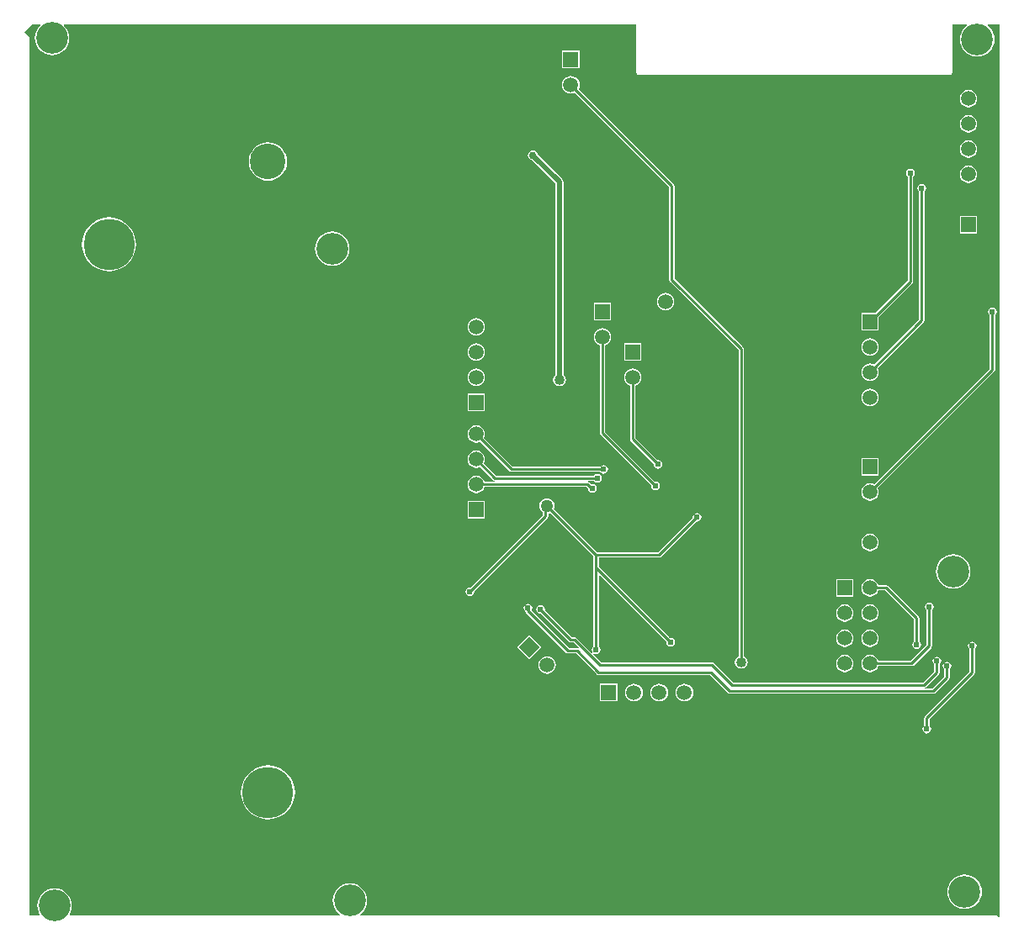
<source format=gbl>
G04*
G04 #@! TF.GenerationSoftware,Altium Limited,Altium Designer,19.1.8 (144)*
G04*
G04 Layer_Physical_Order=2*
G04 Layer_Color=16711680*
%FSLAX25Y25*%
%MOIN*%
G70*
G01*
G75*
%ADD14C,0.01000*%
%ADD67C,0.02000*%
%ADD69C,0.05906*%
%ADD70R,0.05906X0.05906*%
%ADD71C,0.14114*%
%ADD72C,0.20374*%
%ADD73C,0.12600*%
%ADD74R,0.05906X0.05906*%
%ADD75P,0.08352X4X360.0*%
%ADD76C,0.02400*%
%ADD77C,0.04000*%
%ADD78C,0.05000*%
%ADD79C,0.03000*%
%ADD80C,0.05600*%
G36*
X390000Y8153D02*
X389538Y7962D01*
X389000Y8500D01*
X136696D01*
X136517Y9000D01*
X137332Y9668D01*
X138181Y10704D01*
X138813Y11885D01*
X139202Y13167D01*
X139333Y14500D01*
X139202Y15833D01*
X138813Y17115D01*
X138181Y18296D01*
X137332Y19332D01*
X136296Y20181D01*
X135115Y20813D01*
X133833Y21202D01*
X132500Y21333D01*
X131167Y21202D01*
X129885Y20813D01*
X128704Y20181D01*
X127668Y19332D01*
X126819Y18296D01*
X126187Y17115D01*
X125798Y15833D01*
X125667Y14500D01*
X125798Y13167D01*
X126187Y11885D01*
X126819Y10704D01*
X127668Y9668D01*
X128483Y9000D01*
X128304Y8500D01*
X21639D01*
X21340Y9000D01*
X21813Y9885D01*
X22202Y11167D01*
X22333Y12500D01*
X22202Y13833D01*
X21813Y15115D01*
X21181Y16296D01*
X20332Y17332D01*
X19296Y18181D01*
X18115Y18813D01*
X16833Y19202D01*
X15500Y19333D01*
X14167Y19202D01*
X12885Y18813D01*
X11704Y18181D01*
X10668Y17332D01*
X9819Y16296D01*
X9187Y15115D01*
X8798Y13833D01*
X8667Y12500D01*
X8798Y11167D01*
X9187Y9885D01*
X9660Y9000D01*
X9361Y8500D01*
X5500D01*
Y357000D01*
X3500Y359000D01*
X6500Y362000D01*
X9741D01*
X9909Y361529D01*
X9668Y361332D01*
X8819Y360296D01*
X8187Y359115D01*
X7798Y357833D01*
X7667Y356500D01*
X7798Y355167D01*
X8187Y353885D01*
X8819Y352704D01*
X9668Y351668D01*
X10704Y350819D01*
X11885Y350187D01*
X13167Y349798D01*
X14500Y349667D01*
X15833Y349798D01*
X17115Y350187D01*
X18296Y350819D01*
X19332Y351668D01*
X20181Y352704D01*
X20813Y353885D01*
X21202Y355167D01*
X21333Y356500D01*
X21202Y357833D01*
X20813Y359115D01*
X20181Y360296D01*
X19332Y361332D01*
X19091Y361529D01*
X19259Y362000D01*
X245980D01*
Y343000D01*
X246058Y342610D01*
X246279Y342279D01*
X246610Y342058D01*
X247000Y341980D01*
X370000D01*
X370390Y342058D01*
X370721Y342279D01*
X370942Y342610D01*
X371020Y343000D01*
Y362000D01*
X376804D01*
X376983Y361500D01*
X376168Y360832D01*
X375319Y359796D01*
X374687Y358615D01*
X374298Y357333D01*
X374167Y356000D01*
X374298Y354667D01*
X374687Y353385D01*
X375319Y352204D01*
X376168Y351168D01*
X377204Y350319D01*
X378385Y349687D01*
X379667Y349298D01*
X381000Y349167D01*
X382333Y349298D01*
X383615Y349687D01*
X384796Y350319D01*
X385832Y351168D01*
X386681Y352204D01*
X387313Y353385D01*
X387702Y354667D01*
X387833Y356000D01*
X387702Y357333D01*
X387313Y358615D01*
X386681Y359796D01*
X385832Y360832D01*
X385017Y361500D01*
X385196Y362000D01*
X390000D01*
Y8153D01*
D02*
G37*
%LPC*%
G36*
X223453Y351453D02*
X216547D01*
Y344547D01*
X223453D01*
Y351453D01*
D02*
G37*
G36*
X377500Y335982D02*
X376599Y335864D01*
X375759Y335516D01*
X375038Y334963D01*
X374484Y334241D01*
X374136Y333401D01*
X374018Y332500D01*
X374136Y331599D01*
X374484Y330759D01*
X375038Y330037D01*
X375759Y329484D01*
X376599Y329136D01*
X377500Y329017D01*
X378401Y329136D01*
X379241Y329484D01*
X379962Y330037D01*
X380516Y330759D01*
X380864Y331599D01*
X380982Y332500D01*
X380864Y333401D01*
X380516Y334241D01*
X379962Y334963D01*
X379241Y335516D01*
X378401Y335864D01*
X377500Y335982D01*
D02*
G37*
G36*
Y325982D02*
X376599Y325864D01*
X375759Y325516D01*
X375038Y324962D01*
X374484Y324241D01*
X374136Y323401D01*
X374018Y322500D01*
X374136Y321599D01*
X374484Y320759D01*
X375038Y320038D01*
X375759Y319484D01*
X376599Y319136D01*
X377500Y319018D01*
X378401Y319136D01*
X379241Y319484D01*
X379962Y320038D01*
X380516Y320759D01*
X380864Y321599D01*
X380982Y322500D01*
X380864Y323401D01*
X380516Y324241D01*
X379962Y324962D01*
X379241Y325516D01*
X378401Y325864D01*
X377500Y325982D01*
D02*
G37*
G36*
Y315983D02*
X376599Y315864D01*
X375759Y315516D01*
X375038Y314963D01*
X374484Y314241D01*
X374136Y313401D01*
X374018Y312500D01*
X374136Y311599D01*
X374484Y310759D01*
X375038Y310037D01*
X375759Y309484D01*
X376599Y309136D01*
X377500Y309017D01*
X378401Y309136D01*
X379241Y309484D01*
X379962Y310037D01*
X380516Y310759D01*
X380864Y311599D01*
X380982Y312500D01*
X380864Y313401D01*
X380516Y314241D01*
X379962Y314963D01*
X379241Y315516D01*
X378401Y315864D01*
X377500Y315983D01*
D02*
G37*
G36*
X99996Y315153D02*
X98515Y315007D01*
X97090Y314575D01*
X95777Y313873D01*
X94626Y312929D01*
X93682Y311778D01*
X92980Y310465D01*
X92548Y309040D01*
X92402Y307559D01*
X92548Y306078D01*
X92980Y304653D01*
X93682Y303340D01*
X94626Y302189D01*
X95777Y301245D01*
X97090Y300543D01*
X98515Y300111D01*
X99996Y299965D01*
X101478Y300111D01*
X102902Y300543D01*
X104215Y301245D01*
X105366Y302189D01*
X106310Y303340D01*
X107012Y304653D01*
X107444Y306078D01*
X107590Y307559D01*
X107444Y309040D01*
X107012Y310465D01*
X106310Y311778D01*
X105366Y312929D01*
X104215Y313873D01*
X102902Y314575D01*
X101478Y315007D01*
X99996Y315153D01*
D02*
G37*
G36*
X377500Y305982D02*
X376599Y305864D01*
X375759Y305516D01*
X375038Y304962D01*
X374484Y304241D01*
X374136Y303401D01*
X374018Y302500D01*
X374136Y301599D01*
X374484Y300759D01*
X375038Y300038D01*
X375759Y299484D01*
X376599Y299136D01*
X377500Y299018D01*
X378401Y299136D01*
X379241Y299484D01*
X379962Y300038D01*
X380516Y300759D01*
X380864Y301599D01*
X380982Y302500D01*
X380864Y303401D01*
X380516Y304241D01*
X379962Y304962D01*
X379241Y305516D01*
X378401Y305864D01*
X377500Y305982D01*
D02*
G37*
G36*
X380953Y285953D02*
X374047D01*
Y279047D01*
X380953D01*
Y285953D01*
D02*
G37*
G36*
X125500Y279833D02*
X124167Y279702D01*
X122885Y279313D01*
X121704Y278681D01*
X120668Y277832D01*
X119819Y276796D01*
X119187Y275615D01*
X118798Y274333D01*
X118667Y273000D01*
X118798Y271667D01*
X119187Y270385D01*
X119819Y269204D01*
X120668Y268168D01*
X121704Y267319D01*
X122885Y266687D01*
X124167Y266298D01*
X125500Y266167D01*
X126833Y266298D01*
X128115Y266687D01*
X129296Y267319D01*
X130332Y268168D01*
X131181Y269204D01*
X131813Y270385D01*
X132202Y271667D01*
X132333Y273000D01*
X132202Y274333D01*
X131813Y275615D01*
X131181Y276796D01*
X130332Y277832D01*
X129296Y278681D01*
X128115Y279313D01*
X126833Y279702D01*
X125500Y279833D01*
D02*
G37*
G36*
X37004Y285484D02*
X35327Y285352D01*
X33691Y284959D01*
X32137Y284315D01*
X30703Y283436D01*
X29424Y282344D01*
X28331Y281065D01*
X27452Y279631D01*
X26809Y278077D01*
X26416Y276441D01*
X26284Y274764D01*
X26416Y273087D01*
X26809Y271451D01*
X27452Y269897D01*
X28331Y268463D01*
X29424Y267184D01*
X30703Y266091D01*
X32137Y265212D01*
X33691Y264568D01*
X35327Y264176D01*
X37004Y264044D01*
X38681Y264176D01*
X40317Y264568D01*
X41871Y265212D01*
X43305Y266091D01*
X44584Y267184D01*
X45677Y268463D01*
X46556Y269897D01*
X47199Y271451D01*
X47592Y273087D01*
X47724Y274764D01*
X47592Y276441D01*
X47199Y278077D01*
X46556Y279631D01*
X45677Y281065D01*
X44584Y282344D01*
X43305Y283436D01*
X41871Y284315D01*
X40317Y284959D01*
X38681Y285352D01*
X37004Y285484D01*
D02*
G37*
G36*
X257500Y255483D02*
X256599Y255364D01*
X255759Y255016D01*
X255037Y254463D01*
X254484Y253741D01*
X254136Y252901D01*
X254017Y252000D01*
X254136Y251099D01*
X254484Y250259D01*
X255037Y249537D01*
X255759Y248984D01*
X256599Y248636D01*
X257500Y248517D01*
X258401Y248636D01*
X259241Y248984D01*
X259963Y249537D01*
X260516Y250259D01*
X260864Y251099D01*
X260982Y252000D01*
X260864Y252901D01*
X260516Y253741D01*
X259963Y254463D01*
X259241Y255016D01*
X258401Y255364D01*
X257500Y255483D01*
D02*
G37*
G36*
X235953Y251453D02*
X229047D01*
Y244547D01*
X235953D01*
Y251453D01*
D02*
G37*
G36*
X354500Y304733D02*
X353837Y304601D01*
X353274Y304226D01*
X352899Y303663D01*
X352767Y303000D01*
X352899Y302337D01*
X353274Y301774D01*
X353480Y301637D01*
Y260422D01*
X340511Y247453D01*
X335047D01*
Y240547D01*
X341953D01*
Y246011D01*
X355221Y259279D01*
X355442Y259610D01*
X355520Y260000D01*
Y301637D01*
X355726Y301774D01*
X356101Y302337D01*
X356233Y303000D01*
X356101Y303663D01*
X355726Y304226D01*
X355163Y304601D01*
X354500Y304733D01*
D02*
G37*
G36*
X182500Y245482D02*
X181599Y245364D01*
X180759Y245016D01*
X180037Y244462D01*
X179484Y243741D01*
X179136Y242901D01*
X179017Y242000D01*
X179136Y241099D01*
X179484Y240259D01*
X180037Y239538D01*
X180759Y238984D01*
X181599Y238636D01*
X182500Y238517D01*
X183401Y238636D01*
X184241Y238984D01*
X184962Y239538D01*
X185516Y240259D01*
X185864Y241099D01*
X185983Y242000D01*
X185864Y242901D01*
X185516Y243741D01*
X184962Y244462D01*
X184241Y245016D01*
X183401Y245364D01*
X182500Y245482D01*
D02*
G37*
G36*
X338500Y237483D02*
X337599Y237364D01*
X336759Y237016D01*
X336037Y236462D01*
X335484Y235741D01*
X335136Y234901D01*
X335017Y234000D01*
X335136Y233099D01*
X335484Y232259D01*
X336037Y231538D01*
X336759Y230984D01*
X337599Y230636D01*
X338500Y230518D01*
X339401Y230636D01*
X340241Y230984D01*
X340963Y231538D01*
X341516Y232259D01*
X341864Y233099D01*
X341983Y234000D01*
X341864Y234901D01*
X341516Y235741D01*
X340963Y236462D01*
X340241Y237016D01*
X339401Y237364D01*
X338500Y237483D01*
D02*
G37*
G36*
X247953Y235453D02*
X241047D01*
Y228547D01*
X247953D01*
Y235453D01*
D02*
G37*
G36*
X182500Y235483D02*
X181599Y235364D01*
X180759Y235016D01*
X180037Y234462D01*
X179484Y233741D01*
X179136Y232901D01*
X179017Y232000D01*
X179136Y231099D01*
X179484Y230259D01*
X180037Y229538D01*
X180759Y228984D01*
X181599Y228636D01*
X182500Y228518D01*
X183401Y228636D01*
X184241Y228984D01*
X184962Y229538D01*
X185516Y230259D01*
X185864Y231099D01*
X185983Y232000D01*
X185864Y232901D01*
X185516Y233741D01*
X184962Y234462D01*
X184241Y235016D01*
X183401Y235364D01*
X182500Y235483D01*
D02*
G37*
G36*
X359000Y298733D02*
X358337Y298601D01*
X357774Y298226D01*
X357399Y297663D01*
X357267Y297000D01*
X357399Y296337D01*
X357774Y295774D01*
X357980Y295637D01*
Y244922D01*
X340123Y227065D01*
X339401Y227364D01*
X338500Y227483D01*
X337599Y227364D01*
X336759Y227016D01*
X336037Y226463D01*
X335484Y225741D01*
X335136Y224901D01*
X335017Y224000D01*
X335136Y223099D01*
X335484Y222259D01*
X336037Y221537D01*
X336759Y220984D01*
X337599Y220636D01*
X338500Y220517D01*
X339401Y220636D01*
X340241Y220984D01*
X340963Y221537D01*
X341516Y222259D01*
X341864Y223099D01*
X341983Y224000D01*
X341864Y224901D01*
X341565Y225623D01*
X359721Y243779D01*
X359942Y244110D01*
X360020Y244500D01*
Y295637D01*
X360226Y295774D01*
X360601Y296337D01*
X360733Y297000D01*
X360601Y297663D01*
X360226Y298226D01*
X359663Y298601D01*
X359000Y298733D01*
D02*
G37*
G36*
X182500Y225483D02*
X181599Y225364D01*
X180759Y225016D01*
X180037Y224463D01*
X179484Y223741D01*
X179136Y222901D01*
X179017Y222000D01*
X179136Y221099D01*
X179484Y220259D01*
X180037Y219537D01*
X180759Y218984D01*
X181599Y218636D01*
X182500Y218517D01*
X183401Y218636D01*
X184241Y218984D01*
X184962Y219537D01*
X185516Y220259D01*
X185864Y221099D01*
X185983Y222000D01*
X185864Y222901D01*
X185516Y223741D01*
X184962Y224463D01*
X184241Y225016D01*
X183401Y225364D01*
X182500Y225483D01*
D02*
G37*
G36*
X205000Y312039D02*
X204220Y311884D01*
X203558Y311442D01*
X203116Y310780D01*
X202961Y310000D01*
X203116Y309220D01*
X203558Y308558D01*
X204220Y308116D01*
X204846Y307992D01*
X213971Y298867D01*
Y222985D01*
X213698Y222802D01*
X213145Y221975D01*
X212951Y221000D01*
X213145Y220024D01*
X213698Y219198D01*
X214525Y218645D01*
X215500Y218451D01*
X216476Y218645D01*
X217302Y219198D01*
X217855Y220024D01*
X218049Y221000D01*
X217855Y221975D01*
X217302Y222802D01*
X217029Y222985D01*
Y299500D01*
X216913Y300085D01*
X216581Y300581D01*
X207009Y310154D01*
X206884Y310780D01*
X206442Y311442D01*
X205780Y311884D01*
X205000Y312039D01*
D02*
G37*
G36*
X338500Y217482D02*
X337599Y217364D01*
X336759Y217016D01*
X336037Y216462D01*
X335484Y215741D01*
X335136Y214901D01*
X335017Y214000D01*
X335136Y213099D01*
X335484Y212259D01*
X336037Y211538D01*
X336759Y210984D01*
X337599Y210636D01*
X338500Y210518D01*
X339401Y210636D01*
X340241Y210984D01*
X340963Y211538D01*
X341516Y212259D01*
X341864Y213099D01*
X341983Y214000D01*
X341864Y214901D01*
X341516Y215741D01*
X340963Y216462D01*
X340241Y217016D01*
X339401Y217364D01*
X338500Y217482D01*
D02*
G37*
G36*
X185953Y215453D02*
X179047D01*
Y208547D01*
X185953D01*
Y215453D01*
D02*
G37*
G36*
X244500Y225483D02*
X243599Y225364D01*
X242759Y225016D01*
X242038Y224463D01*
X241484Y223741D01*
X241136Y222901D01*
X241018Y222000D01*
X241136Y221099D01*
X241484Y220259D01*
X242038Y219537D01*
X242759Y218984D01*
X243480Y218685D01*
Y197500D01*
X243558Y197110D01*
X243779Y196779D01*
X252815Y187743D01*
X252767Y187500D01*
X252899Y186837D01*
X253274Y186274D01*
X253837Y185899D01*
X254500Y185767D01*
X255163Y185899D01*
X255726Y186274D01*
X256101Y186837D01*
X256233Y187500D01*
X256101Y188163D01*
X255726Y188726D01*
X255163Y189101D01*
X254500Y189233D01*
X254257Y189185D01*
X245520Y197922D01*
Y218685D01*
X246241Y218984D01*
X246962Y219537D01*
X247516Y220259D01*
X247864Y221099D01*
X247983Y222000D01*
X247864Y222901D01*
X247516Y223741D01*
X246962Y224463D01*
X246241Y225016D01*
X245401Y225364D01*
X244500Y225483D01*
D02*
G37*
G36*
X182500Y202982D02*
X181599Y202864D01*
X180759Y202516D01*
X180037Y201962D01*
X179484Y201241D01*
X179136Y200401D01*
X179017Y199500D01*
X179136Y198599D01*
X179484Y197759D01*
X180037Y197037D01*
X180759Y196484D01*
X181599Y196136D01*
X182500Y196018D01*
X183401Y196136D01*
X184123Y196435D01*
X195779Y184779D01*
X196110Y184558D01*
X196500Y184480D01*
X231637D01*
X231774Y184274D01*
X232337Y183899D01*
X233000Y183767D01*
X233663Y183899D01*
X234226Y184274D01*
X234601Y184837D01*
X234733Y185500D01*
X234601Y186163D01*
X234226Y186726D01*
X233663Y187101D01*
X233000Y187233D01*
X232337Y187101D01*
X231774Y186726D01*
X231637Y186520D01*
X196922D01*
X185565Y197877D01*
X185864Y198599D01*
X185983Y199500D01*
X185864Y200401D01*
X185516Y201241D01*
X184962Y201962D01*
X184241Y202516D01*
X183401Y202864D01*
X182500Y202982D01*
D02*
G37*
G36*
X341953Y189953D02*
X335047D01*
Y183047D01*
X341953D01*
Y189953D01*
D02*
G37*
G36*
X182500Y192982D02*
X181599Y192864D01*
X180759Y192516D01*
X180037Y191963D01*
X179484Y191241D01*
X179136Y190401D01*
X179017Y189500D01*
X179136Y188599D01*
X179484Y187759D01*
X180037Y187038D01*
X180759Y186484D01*
X181599Y186136D01*
X182500Y186018D01*
X183401Y186136D01*
X184123Y186435D01*
X189279Y181279D01*
X189610Y181058D01*
X189803Y181020D01*
X189754Y180520D01*
X185815D01*
X185516Y181241D01*
X184962Y181963D01*
X184241Y182516D01*
X183401Y182864D01*
X182500Y182983D01*
X181599Y182864D01*
X180759Y182516D01*
X180037Y181963D01*
X179484Y181241D01*
X179136Y180401D01*
X179017Y179500D01*
X179136Y178599D01*
X179484Y177759D01*
X180037Y177038D01*
X180759Y176484D01*
X181599Y176136D01*
X182500Y176017D01*
X183401Y176136D01*
X184241Y176484D01*
X184962Y177038D01*
X185516Y177759D01*
X185815Y178480D01*
X226199D01*
X226788Y177891D01*
X226899Y177337D01*
X227274Y176774D01*
X227837Y176399D01*
X228500Y176267D01*
X229163Y176399D01*
X229726Y176774D01*
X230101Y177337D01*
X230233Y178000D01*
X230101Y178663D01*
X229726Y179226D01*
X229163Y179601D01*
X228500Y179733D01*
X227941Y179622D01*
X227342Y180221D01*
X227011Y180442D01*
X226818Y180480D01*
X226867Y180980D01*
X229137D01*
X229274Y180774D01*
X229837Y180399D01*
X230500Y180267D01*
X231163Y180399D01*
X231726Y180774D01*
X232101Y181337D01*
X232233Y182000D01*
X232101Y182663D01*
X231726Y183226D01*
X231163Y183601D01*
X230500Y183733D01*
X229837Y183601D01*
X229274Y183226D01*
X229137Y183020D01*
X190422D01*
X185565Y187877D01*
X185864Y188599D01*
X185983Y189500D01*
X185864Y190401D01*
X185516Y191241D01*
X184962Y191963D01*
X184241Y192516D01*
X183401Y192864D01*
X182500Y192982D01*
D02*
G37*
G36*
X387000Y249733D02*
X386337Y249601D01*
X385774Y249226D01*
X385399Y248663D01*
X385267Y248000D01*
X385399Y247337D01*
X385774Y246774D01*
X385980Y246637D01*
Y225422D01*
X340123Y179565D01*
X339401Y179864D01*
X338500Y179982D01*
X337599Y179864D01*
X336759Y179516D01*
X336037Y178963D01*
X335484Y178241D01*
X335136Y177401D01*
X335017Y176500D01*
X335136Y175599D01*
X335484Y174759D01*
X336037Y174038D01*
X336759Y173484D01*
X337599Y173136D01*
X338500Y173018D01*
X339401Y173136D01*
X340241Y173484D01*
X340963Y174038D01*
X341516Y174759D01*
X341864Y175599D01*
X341983Y176500D01*
X341864Y177401D01*
X341565Y178123D01*
X387721Y224279D01*
X387942Y224610D01*
X388020Y225000D01*
Y246637D01*
X388226Y246774D01*
X388601Y247337D01*
X388733Y248000D01*
X388601Y248663D01*
X388226Y249226D01*
X387663Y249601D01*
X387000Y249733D01*
D02*
G37*
G36*
X232500Y241482D02*
X231599Y241364D01*
X230759Y241016D01*
X230037Y240462D01*
X229484Y239741D01*
X229136Y238901D01*
X229017Y238000D01*
X229136Y237099D01*
X229484Y236259D01*
X230037Y235538D01*
X230759Y234984D01*
X231480Y234685D01*
Y200000D01*
X231558Y199610D01*
X231779Y199279D01*
X251815Y179243D01*
X251767Y179000D01*
X251899Y178337D01*
X252274Y177774D01*
X252837Y177399D01*
X253500Y177267D01*
X254163Y177399D01*
X254726Y177774D01*
X255101Y178337D01*
X255233Y179000D01*
X255101Y179663D01*
X254726Y180226D01*
X254163Y180601D01*
X253500Y180733D01*
X253257Y180685D01*
X233520Y200422D01*
Y234685D01*
X234241Y234984D01*
X234963Y235538D01*
X235516Y236259D01*
X235864Y237099D01*
X235982Y238000D01*
X235864Y238901D01*
X235516Y239741D01*
X234963Y240462D01*
X234241Y241016D01*
X233401Y241364D01*
X232500Y241482D01*
D02*
G37*
G36*
X185953Y172953D02*
X179047D01*
Y166047D01*
X185953D01*
Y172953D01*
D02*
G37*
G36*
X210500Y174026D02*
X209717Y173923D01*
X208987Y173620D01*
X208360Y173140D01*
X207879Y172513D01*
X207577Y171783D01*
X207474Y171000D01*
X207577Y170217D01*
X207879Y169487D01*
X208360Y168860D01*
X208980Y168385D01*
Y167422D01*
X180243Y138685D01*
X180000Y138733D01*
X179337Y138601D01*
X178774Y138226D01*
X178399Y137663D01*
X178267Y137000D01*
X178399Y136337D01*
X178774Y135774D01*
X179337Y135399D01*
X180000Y135267D01*
X180663Y135399D01*
X181226Y135774D01*
X181601Y136337D01*
X181733Y137000D01*
X181685Y137243D01*
X210721Y166279D01*
X210942Y166610D01*
X211020Y167000D01*
Y168043D01*
X211283Y168077D01*
X211776Y168282D01*
X228980Y151078D01*
Y146500D01*
Y115363D01*
X228774Y115226D01*
X228399Y114663D01*
X228267Y114000D01*
X228399Y113337D01*
X228572Y113077D01*
X228184Y112758D01*
X222221Y118721D01*
X221890Y118942D01*
X221500Y119020D01*
X220422D01*
X209685Y129757D01*
X209733Y130000D01*
X209601Y130663D01*
X209226Y131226D01*
X208663Y131601D01*
X208000Y131733D01*
X207337Y131601D01*
X206774Y131226D01*
X206399Y130663D01*
X206267Y130000D01*
X206399Y129337D01*
X206774Y128774D01*
X207337Y128399D01*
X208000Y128267D01*
X208243Y128315D01*
X219279Y117279D01*
X219610Y117058D01*
X220000Y116980D01*
X221078D01*
X223266Y114793D01*
X222947Y114404D01*
X222890Y114442D01*
X222500Y114520D01*
X219422D01*
X204403Y129539D01*
X204601Y129837D01*
X204733Y130500D01*
X204601Y131163D01*
X204226Y131726D01*
X203663Y132101D01*
X203000Y132233D01*
X202337Y132101D01*
X201774Y131726D01*
X201399Y131163D01*
X201267Y130500D01*
X201399Y129837D01*
X201774Y129274D01*
X202088Y129065D01*
X202279Y128779D01*
X218279Y112779D01*
X218610Y112558D01*
X219000Y112480D01*
X222078D01*
X230279Y104279D01*
X230610Y104058D01*
X231000Y103980D01*
X275078D01*
X282279Y96779D01*
X282610Y96558D01*
X283000Y96480D01*
X363500D01*
X363890Y96558D01*
X364221Y96779D01*
X369721Y102279D01*
X369942Y102610D01*
X370020Y103000D01*
Y106137D01*
X370226Y106274D01*
X370601Y106837D01*
X370733Y107500D01*
X370601Y108163D01*
X370226Y108726D01*
X369663Y109101D01*
X369000Y109233D01*
X368337Y109101D01*
X367774Y108726D01*
X367399Y108163D01*
X367267Y107500D01*
X367399Y106837D01*
X367774Y106274D01*
X367980Y106137D01*
Y103422D01*
X363078Y98520D01*
X360246D01*
X360197Y99020D01*
X360390Y99058D01*
X360721Y99279D01*
X365721Y104279D01*
X365942Y104610D01*
X366020Y105000D01*
Y108137D01*
X366226Y108274D01*
X366601Y108837D01*
X366733Y109500D01*
X366601Y110163D01*
X366226Y110726D01*
X365663Y111101D01*
X365000Y111233D01*
X364337Y111101D01*
X363774Y110726D01*
X363399Y110163D01*
X363267Y109500D01*
X363399Y108837D01*
X363774Y108274D01*
X363980Y108137D01*
Y105422D01*
X359578Y101020D01*
X284422D01*
X276721Y108721D01*
X276390Y108942D01*
X276000Y109020D01*
X231922D01*
X228758Y112184D01*
X229077Y112572D01*
X229337Y112399D01*
X230000Y112267D01*
X230663Y112399D01*
X231226Y112774D01*
X231601Y113337D01*
X231733Y114000D01*
X231601Y114663D01*
X231226Y115226D01*
X231020Y115363D01*
Y143385D01*
X231482Y143577D01*
X257815Y117243D01*
X257767Y117000D01*
X257899Y116337D01*
X258274Y115774D01*
X258837Y115399D01*
X259500Y115267D01*
X260163Y115399D01*
X260726Y115774D01*
X261101Y116337D01*
X261233Y117000D01*
X261101Y117663D01*
X260726Y118226D01*
X260163Y118601D01*
X259500Y118733D01*
X259257Y118685D01*
X231020Y146922D01*
Y150480D01*
X255000D01*
X255390Y150558D01*
X255721Y150779D01*
X269757Y164815D01*
X270000Y164767D01*
X270663Y164899D01*
X271226Y165274D01*
X271601Y165837D01*
X271733Y166500D01*
X271601Y167163D01*
X271226Y167726D01*
X270663Y168101D01*
X270000Y168233D01*
X269337Y168101D01*
X268774Y167726D01*
X268399Y167163D01*
X268267Y166500D01*
X268315Y166257D01*
X254578Y152520D01*
X230422D01*
X213218Y169723D01*
X213423Y170217D01*
X213526Y171000D01*
X213423Y171783D01*
X213121Y172513D01*
X212640Y173140D01*
X212013Y173620D01*
X211283Y173923D01*
X210500Y174026D01*
D02*
G37*
G36*
X338500Y159983D02*
X337599Y159864D01*
X336759Y159516D01*
X336037Y158963D01*
X335484Y158241D01*
X335136Y157401D01*
X335017Y156500D01*
X335136Y155599D01*
X335484Y154759D01*
X336037Y154037D01*
X336759Y153484D01*
X337599Y153136D01*
X338500Y153017D01*
X339401Y153136D01*
X340241Y153484D01*
X340963Y154037D01*
X341516Y154759D01*
X341864Y155599D01*
X341983Y156500D01*
X341864Y157401D01*
X341516Y158241D01*
X340963Y158963D01*
X340241Y159516D01*
X339401Y159864D01*
X338500Y159983D01*
D02*
G37*
G36*
X371500Y151833D02*
X370167Y151702D01*
X368885Y151313D01*
X367704Y150681D01*
X366668Y149832D01*
X365819Y148796D01*
X365187Y147615D01*
X364798Y146333D01*
X364667Y145000D01*
X364798Y143667D01*
X365187Y142385D01*
X365819Y141204D01*
X366668Y140168D01*
X367704Y139319D01*
X368885Y138687D01*
X370167Y138298D01*
X371500Y138167D01*
X372833Y138298D01*
X374115Y138687D01*
X375296Y139319D01*
X376332Y140168D01*
X377181Y141204D01*
X377813Y142385D01*
X378202Y143667D01*
X378333Y145000D01*
X378202Y146333D01*
X377813Y147615D01*
X377181Y148796D01*
X376332Y149832D01*
X375296Y150681D01*
X374115Y151313D01*
X372833Y151702D01*
X371500Y151833D01*
D02*
G37*
G36*
X331953Y141953D02*
X325047D01*
Y135047D01*
X331953D01*
Y141953D01*
D02*
G37*
G36*
X338500Y131983D02*
X337599Y131864D01*
X336759Y131516D01*
X336037Y130963D01*
X335484Y130241D01*
X335136Y129401D01*
X335017Y128500D01*
X335136Y127599D01*
X335484Y126759D01*
X336037Y126038D01*
X336759Y125484D01*
X337599Y125136D01*
X338500Y125017D01*
X339401Y125136D01*
X340241Y125484D01*
X340963Y126038D01*
X341516Y126759D01*
X341864Y127599D01*
X341983Y128500D01*
X341864Y129401D01*
X341516Y130241D01*
X340963Y130963D01*
X340241Y131516D01*
X339401Y131864D01*
X338500Y131983D01*
D02*
G37*
G36*
X328500D02*
X327599Y131864D01*
X326759Y131516D01*
X326038Y130963D01*
X325484Y130241D01*
X325136Y129401D01*
X325017Y128500D01*
X325136Y127599D01*
X325484Y126759D01*
X326038Y126038D01*
X326759Y125484D01*
X327599Y125136D01*
X328500Y125017D01*
X329401Y125136D01*
X330241Y125484D01*
X330962Y126038D01*
X331516Y126759D01*
X331864Y127599D01*
X331982Y128500D01*
X331864Y129401D01*
X331516Y130241D01*
X330962Y130963D01*
X330241Y131516D01*
X329401Y131864D01*
X328500Y131983D01*
D02*
G37*
G36*
X338500Y121983D02*
X337599Y121864D01*
X336759Y121516D01*
X336037Y120963D01*
X335484Y120241D01*
X335136Y119401D01*
X335017Y118500D01*
X335136Y117599D01*
X335484Y116759D01*
X336037Y116037D01*
X336759Y115484D01*
X337599Y115136D01*
X338500Y115017D01*
X339401Y115136D01*
X340241Y115484D01*
X340963Y116037D01*
X341516Y116759D01*
X341864Y117599D01*
X341983Y118500D01*
X341864Y119401D01*
X341516Y120241D01*
X340963Y120963D01*
X340241Y121516D01*
X339401Y121864D01*
X338500Y121983D01*
D02*
G37*
G36*
X328500D02*
X327599Y121864D01*
X326759Y121516D01*
X326038Y120963D01*
X325484Y120241D01*
X325136Y119401D01*
X325017Y118500D01*
X325136Y117599D01*
X325484Y116759D01*
X326038Y116037D01*
X326759Y115484D01*
X327599Y115136D01*
X328500Y115017D01*
X329401Y115136D01*
X330241Y115484D01*
X330962Y116037D01*
X331516Y116759D01*
X331864Y117599D01*
X331982Y118500D01*
X331864Y119401D01*
X331516Y120241D01*
X330962Y120963D01*
X330241Y121516D01*
X329401Y121864D01*
X328500Y121983D01*
D02*
G37*
G36*
X338500Y141982D02*
X337599Y141864D01*
X336759Y141516D01*
X336037Y140963D01*
X335484Y140241D01*
X335136Y139401D01*
X335017Y138500D01*
X335136Y137599D01*
X335484Y136759D01*
X336037Y136038D01*
X336759Y135484D01*
X337599Y135136D01*
X338500Y135018D01*
X339401Y135136D01*
X340241Y135484D01*
X340963Y136038D01*
X341516Y136759D01*
X341815Y137480D01*
X344578D01*
X355980Y126078D01*
Y117363D01*
X355774Y117226D01*
X355399Y116663D01*
X355267Y116000D01*
X355399Y115337D01*
X355774Y114774D01*
X356337Y114399D01*
X357000Y114267D01*
X357663Y114399D01*
X358226Y114774D01*
X358601Y115337D01*
X358733Y116000D01*
X358601Y116663D01*
X358226Y117226D01*
X358020Y117363D01*
Y126500D01*
X357942Y126890D01*
X357721Y127221D01*
X345721Y139221D01*
X345390Y139442D01*
X345000Y139520D01*
X341815D01*
X341516Y140241D01*
X340963Y140963D01*
X340241Y141516D01*
X339401Y141864D01*
X338500Y141982D01*
D02*
G37*
G36*
X203500Y119883D02*
X198617Y115000D01*
X203500Y110117D01*
X208383Y115000D01*
X203500Y119883D01*
D02*
G37*
G36*
X362000Y132733D02*
X361337Y132601D01*
X360774Y132226D01*
X360399Y131663D01*
X360267Y131000D01*
X360399Y130337D01*
X360774Y129774D01*
X360980Y129637D01*
Y115922D01*
X354578Y109520D01*
X341815D01*
X341516Y110241D01*
X340963Y110962D01*
X340241Y111516D01*
X339401Y111864D01*
X338500Y111983D01*
X337599Y111864D01*
X336759Y111516D01*
X336037Y110962D01*
X335484Y110241D01*
X335136Y109401D01*
X335017Y108500D01*
X335136Y107599D01*
X335484Y106759D01*
X336037Y106037D01*
X336759Y105484D01*
X337599Y105136D01*
X338500Y105017D01*
X339401Y105136D01*
X340241Y105484D01*
X340963Y106037D01*
X341516Y106759D01*
X341815Y107480D01*
X355000D01*
X355390Y107558D01*
X355721Y107779D01*
X362721Y114779D01*
X362942Y115110D01*
X363020Y115500D01*
Y129637D01*
X363226Y129774D01*
X363601Y130337D01*
X363733Y131000D01*
X363601Y131663D01*
X363226Y132226D01*
X362663Y132601D01*
X362000Y132733D01*
D02*
G37*
G36*
X220000Y341482D02*
X219099Y341364D01*
X218259Y341016D01*
X217537Y340462D01*
X216984Y339741D01*
X216636Y338901D01*
X216517Y338000D01*
X216636Y337099D01*
X216984Y336259D01*
X217537Y335538D01*
X218259Y334984D01*
X219099Y334636D01*
X220000Y334518D01*
X220901Y334636D01*
X221623Y334935D01*
X258980Y297578D01*
Y260750D01*
X259058Y260360D01*
X259279Y260029D01*
X286480Y232828D01*
Y111326D01*
X285698Y110802D01*
X285145Y109976D01*
X284951Y109000D01*
X285145Y108025D01*
X285698Y107198D01*
X286525Y106645D01*
X287500Y106451D01*
X288475Y106645D01*
X289302Y107198D01*
X289855Y108025D01*
X290049Y109000D01*
X289855Y109976D01*
X289302Y110802D01*
X288520Y111326D01*
Y233250D01*
X288442Y233640D01*
X288221Y233971D01*
X261020Y261172D01*
Y298000D01*
X260942Y298390D01*
X260721Y298721D01*
X223065Y336377D01*
X223364Y337099D01*
X223482Y338000D01*
X223364Y338901D01*
X223016Y339741D01*
X222463Y340462D01*
X221741Y341016D01*
X220901Y341364D01*
X220000Y341482D01*
D02*
G37*
G36*
X328500Y111983D02*
X327599Y111864D01*
X326759Y111516D01*
X326038Y110962D01*
X325484Y110241D01*
X325136Y109401D01*
X325017Y108500D01*
X325136Y107599D01*
X325484Y106759D01*
X326038Y106037D01*
X326759Y105484D01*
X327599Y105136D01*
X328500Y105017D01*
X329401Y105136D01*
X330241Y105484D01*
X330962Y106037D01*
X331516Y106759D01*
X331864Y107599D01*
X331982Y108500D01*
X331864Y109401D01*
X331516Y110241D01*
X330962Y110962D01*
X330241Y111516D01*
X329401Y111864D01*
X328500Y111983D01*
D02*
G37*
G36*
X210571Y111411D02*
X209670Y111293D01*
X208830Y110945D01*
X208108Y110391D01*
X207555Y109670D01*
X207207Y108830D01*
X207088Y107929D01*
X207207Y107028D01*
X207555Y106188D01*
X208108Y105466D01*
X208830Y104913D01*
X209670Y104565D01*
X210571Y104446D01*
X211472Y104565D01*
X212312Y104913D01*
X213034Y105466D01*
X213587Y106188D01*
X213935Y107028D01*
X214054Y107929D01*
X213935Y108830D01*
X213587Y109670D01*
X213034Y110391D01*
X212312Y110945D01*
X211472Y111293D01*
X210571Y111411D01*
D02*
G37*
G36*
X238453Y100453D02*
X231547D01*
Y93547D01*
X238453D01*
Y100453D01*
D02*
G37*
G36*
X265000Y100482D02*
X264099Y100364D01*
X263259Y100016D01*
X262538Y99462D01*
X261984Y98741D01*
X261636Y97901D01*
X261518Y97000D01*
X261636Y96099D01*
X261984Y95259D01*
X262538Y94538D01*
X263259Y93984D01*
X264099Y93636D01*
X265000Y93518D01*
X265901Y93636D01*
X266741Y93984D01*
X267462Y94538D01*
X268016Y95259D01*
X268364Y96099D01*
X268482Y97000D01*
X268364Y97901D01*
X268016Y98741D01*
X267462Y99462D01*
X266741Y100016D01*
X265901Y100364D01*
X265000Y100482D01*
D02*
G37*
G36*
X255000D02*
X254099Y100364D01*
X253259Y100016D01*
X252537Y99462D01*
X251984Y98741D01*
X251636Y97901D01*
X251518Y97000D01*
X251636Y96099D01*
X251984Y95259D01*
X252537Y94538D01*
X253259Y93984D01*
X254099Y93636D01*
X255000Y93518D01*
X255901Y93636D01*
X256741Y93984D01*
X257463Y94538D01*
X258016Y95259D01*
X258364Y96099D01*
X258483Y97000D01*
X258364Y97901D01*
X258016Y98741D01*
X257463Y99462D01*
X256741Y100016D01*
X255901Y100364D01*
X255000Y100482D01*
D02*
G37*
G36*
X245000D02*
X244099Y100364D01*
X243259Y100016D01*
X242537Y99462D01*
X241984Y98741D01*
X241636Y97901D01*
X241517Y97000D01*
X241636Y96099D01*
X241984Y95259D01*
X242537Y94538D01*
X243259Y93984D01*
X244099Y93636D01*
X245000Y93518D01*
X245901Y93636D01*
X246741Y93984D01*
X247463Y94538D01*
X248016Y95259D01*
X248364Y96099D01*
X248482Y97000D01*
X248364Y97901D01*
X248016Y98741D01*
X247463Y99462D01*
X246741Y100016D01*
X245901Y100364D01*
X245000Y100482D01*
D02*
G37*
G36*
X379000Y117233D02*
X378337Y117101D01*
X377774Y116726D01*
X377399Y116163D01*
X377267Y115500D01*
X377399Y114837D01*
X377774Y114274D01*
X377980Y114137D01*
Y105422D01*
X360279Y87721D01*
X360058Y87390D01*
X359980Y87000D01*
Y83863D01*
X359774Y83726D01*
X359399Y83163D01*
X359267Y82500D01*
X359399Y81837D01*
X359774Y81274D01*
X360337Y80899D01*
X361000Y80767D01*
X361663Y80899D01*
X362226Y81274D01*
X362601Y81837D01*
X362733Y82500D01*
X362601Y83163D01*
X362226Y83726D01*
X362020Y83863D01*
Y86578D01*
X379721Y104279D01*
X379942Y104610D01*
X380020Y105000D01*
Y114137D01*
X380226Y114274D01*
X380601Y114837D01*
X380733Y115500D01*
X380601Y116163D01*
X380226Y116726D01*
X379663Y117101D01*
X379000Y117233D01*
D02*
G37*
G36*
X99996Y68161D02*
X98319Y68029D01*
X96683Y67636D01*
X95129Y66993D01*
X93695Y66114D01*
X92416Y65021D01*
X91323Y63742D01*
X90444Y62308D01*
X89801Y60754D01*
X89408Y59118D01*
X89276Y57441D01*
X89408Y55764D01*
X89801Y54128D01*
X90444Y52574D01*
X91323Y51140D01*
X92416Y49861D01*
X93695Y48768D01*
X95129Y47889D01*
X96683Y47246D01*
X98319Y46853D01*
X99996Y46721D01*
X101673Y46853D01*
X103309Y47246D01*
X104863Y47889D01*
X106297Y48768D01*
X107576Y49861D01*
X108669Y51140D01*
X109548Y52574D01*
X110191Y54128D01*
X110584Y55764D01*
X110716Y57441D01*
X110584Y59118D01*
X110191Y60754D01*
X109548Y62308D01*
X108669Y63742D01*
X107576Y65021D01*
X106297Y66114D01*
X104863Y66993D01*
X103309Y67636D01*
X101673Y68029D01*
X99996Y68161D01*
D02*
G37*
G36*
X376000Y24833D02*
X374667Y24702D01*
X373385Y24313D01*
X372204Y23681D01*
X371168Y22832D01*
X370319Y21796D01*
X369687Y20615D01*
X369298Y19333D01*
X369167Y18000D01*
X369298Y16667D01*
X369687Y15385D01*
X370319Y14204D01*
X371168Y13168D01*
X372204Y12319D01*
X373385Y11687D01*
X374667Y11298D01*
X376000Y11167D01*
X377333Y11298D01*
X378615Y11687D01*
X379796Y12319D01*
X380832Y13168D01*
X381681Y14204D01*
X382313Y15385D01*
X382702Y16667D01*
X382833Y18000D01*
X382702Y19333D01*
X382313Y20615D01*
X381681Y21796D01*
X380832Y22832D01*
X379796Y23681D01*
X378615Y24313D01*
X377333Y24702D01*
X376000Y24833D01*
D02*
G37*
%LPD*%
D14*
X180000Y137000D02*
X210000Y167000D01*
Y170500D01*
X210500Y171000D01*
X260000Y260750D02*
X287500Y233250D01*
Y109000D02*
Y233250D01*
X260000Y260750D02*
Y298000D01*
X220000Y338000D02*
X260000Y298000D01*
X361000Y87000D02*
X379000Y105000D01*
X361000Y82500D02*
Y87000D01*
X379000Y105000D02*
Y115500D01*
X230000Y151500D02*
X255000D01*
X270000Y166500D01*
X230000Y114000D02*
Y146500D01*
Y151500D01*
Y146500D02*
X259500Y117000D01*
X210500Y171000D02*
X230000Y151500D01*
X231500Y108000D02*
X276000D01*
X221500Y118000D02*
X231500Y108000D01*
X220000Y118000D02*
X221500D01*
X231000Y105000D02*
X275500D01*
X222500Y113500D02*
X231000Y105000D01*
X219000Y113500D02*
X222500D01*
X387000Y225000D02*
Y248000D01*
X338500Y176500D02*
X387000Y225000D01*
X276000Y108000D02*
X284000Y100000D01*
X203000Y129500D02*
X219000Y113500D01*
X208000Y130000D02*
X220000Y118000D01*
X203000Y129500D02*
Y130500D01*
X359000Y244500D02*
Y297000D01*
X338500Y224000D02*
X359000Y244500D01*
X354500Y260000D02*
Y303000D01*
X338500Y244000D02*
X354500Y260000D01*
X244500Y197500D02*
X254500Y187500D01*
X244500Y197500D02*
Y222000D01*
X232500Y200000D02*
X253500Y179000D01*
X232500Y200000D02*
Y238000D01*
X363500Y97500D02*
X369000Y103000D01*
X283000Y97500D02*
X363500D01*
X275500Y105000D02*
X283000Y97500D01*
X369000Y103000D02*
Y107500D01*
X365000Y105000D02*
Y109500D01*
X360000Y100000D02*
X365000Y105000D01*
X284000Y100000D02*
X360000D01*
X338500Y108500D02*
X355000D01*
X228121Y178000D02*
X228500D01*
X182500Y199500D02*
X196500Y185500D01*
X233000D01*
X182500Y189500D02*
X190000Y182000D01*
X230500D01*
X226621Y179500D02*
X228121Y178000D01*
X182500Y179500D02*
X226621D01*
X355000Y108500D02*
X362000Y115500D01*
Y131000D01*
X357000Y116000D02*
Y126500D01*
X345000Y138500D02*
X357000Y126500D01*
X338500Y138500D02*
X345000D01*
D67*
X215500Y221000D02*
Y299500D01*
X205000Y310000D02*
X215500Y299500D01*
D69*
X182500Y199500D02*
D03*
Y189500D02*
D03*
Y179500D02*
D03*
X338500Y108500D02*
D03*
X328500D02*
D03*
X338500Y118500D02*
D03*
X328500D02*
D03*
X338500Y128500D02*
D03*
X328500D02*
D03*
X338500Y138500D02*
D03*
X220000Y338000D02*
D03*
X377500Y342500D02*
D03*
Y332500D02*
D03*
Y322500D02*
D03*
Y312500D02*
D03*
Y292500D02*
D03*
Y302500D02*
D03*
X232500Y238000D02*
D03*
X244500Y222000D02*
D03*
X182500Y242000D02*
D03*
Y232000D02*
D03*
Y222000D02*
D03*
X265000Y97000D02*
D03*
X255000D02*
D03*
X245000D02*
D03*
X257500Y252000D02*
D03*
X338500Y234000D02*
D03*
Y224000D02*
D03*
Y214000D02*
D03*
Y156500D02*
D03*
Y166500D02*
D03*
Y176500D02*
D03*
X210571Y107929D02*
D03*
D70*
X182500Y169500D02*
D03*
X328500Y138500D02*
D03*
X220000Y348000D02*
D03*
X377500Y282500D02*
D03*
X232500Y248000D02*
D03*
X244500Y232000D02*
D03*
X182500Y212000D02*
D03*
X257500Y242000D02*
D03*
X338500Y244000D02*
D03*
Y186500D02*
D03*
D71*
X99996Y307559D02*
D03*
D72*
X37004Y274764D02*
D03*
X99996Y57441D02*
D03*
D73*
X381000Y356000D02*
D03*
X371500Y145000D02*
D03*
X376000Y18000D02*
D03*
X132500Y14500D02*
D03*
X125500Y273000D02*
D03*
X15500Y12500D02*
D03*
X14500Y356500D02*
D03*
D74*
X235000Y97000D02*
D03*
D75*
X203500Y115000D02*
D03*
D76*
X380000Y86000D02*
D03*
X179500Y144000D02*
D03*
X361000Y82500D02*
D03*
X379000Y115500D02*
D03*
X180000Y137000D02*
D03*
X270000Y166500D02*
D03*
X259500Y117000D02*
D03*
X230000Y114000D02*
D03*
X387000Y248000D02*
D03*
X262500Y334000D02*
D03*
X199500Y213500D02*
D03*
X385000Y115000D02*
D03*
X359000Y297000D02*
D03*
X354500Y303000D02*
D03*
X254500Y187500D02*
D03*
X253500Y179000D02*
D03*
X208000Y130000D02*
D03*
X203000Y130500D02*
D03*
X365000Y109500D02*
D03*
X369000Y107500D02*
D03*
X228500Y178000D02*
D03*
X233000Y185500D02*
D03*
X230500Y182000D02*
D03*
X319000Y307500D02*
D03*
Y312500D02*
D03*
Y317500D02*
D03*
X307000Y312500D02*
D03*
Y317500D02*
D03*
Y307500D02*
D03*
X315000D02*
D03*
Y312500D02*
D03*
Y317500D02*
D03*
X311000Y307500D02*
D03*
Y312500D02*
D03*
Y317500D02*
D03*
X362000Y131000D02*
D03*
X357000Y116000D02*
D03*
X256500Y112500D02*
D03*
X373500Y109500D02*
D03*
X165000Y136000D02*
D03*
X318500Y248000D02*
D03*
D77*
X287500Y109000D02*
D03*
X215500Y221000D02*
D03*
X352500Y175000D02*
D03*
X207500Y338500D02*
D03*
X201500D02*
D03*
X221000Y109000D02*
D03*
X222445Y220945D02*
D03*
X195500Y92500D02*
D03*
X355500Y204500D02*
D03*
X266500Y280000D02*
D03*
X248500Y275000D02*
D03*
D78*
X210500Y171000D02*
D03*
D79*
X205000Y310000D02*
D03*
X78000Y16667D02*
D03*
X65333D02*
D03*
X78000Y23833D02*
D03*
X71667D02*
D03*
X65333D02*
D03*
X59000D02*
D03*
Y31500D02*
D03*
X65333D02*
D03*
X71667D02*
D03*
X78000D02*
D03*
X71667Y16667D02*
D03*
X59000D02*
D03*
X78000Y39167D02*
D03*
X71667D02*
D03*
X65333D02*
D03*
X59000Y39167D02*
D03*
D80*
X177500Y252500D02*
D03*
M02*

</source>
